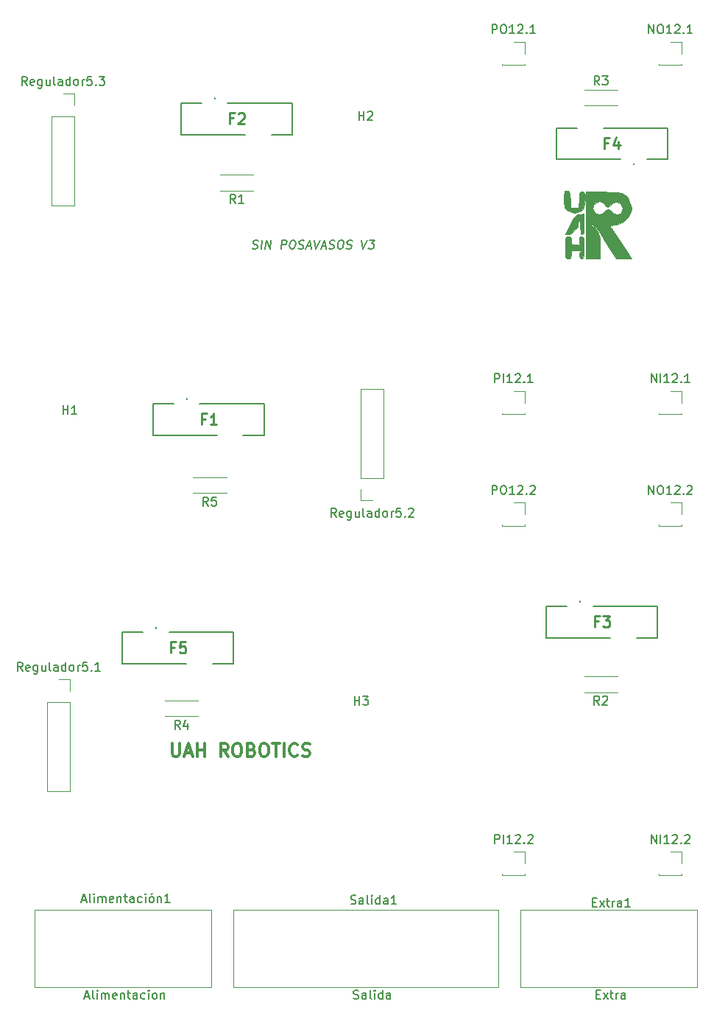
<source format=gbr>
%TF.GenerationSoftware,KiCad,Pcbnew,(5.1.10)-1*%
%TF.CreationDate,2021-05-29T12:40:01+02:00*%
%TF.ProjectId,potencia,706f7465-6e63-4696-912e-6b696361645f,rev?*%
%TF.SameCoordinates,Original*%
%TF.FileFunction,Legend,Top*%
%TF.FilePolarity,Positive*%
%FSLAX46Y46*%
G04 Gerber Fmt 4.6, Leading zero omitted, Abs format (unit mm)*
G04 Created by KiCad (PCBNEW (5.1.10)-1) date 2021-05-29 12:40:01*
%MOMM*%
%LPD*%
G01*
G04 APERTURE LIST*
%ADD10C,0.150000*%
%ADD11C,0.300000*%
%ADD12C,0.120000*%
%ADD13C,0.200000*%
%ADD14C,0.010000*%
%ADD15C,0.254000*%
G04 APERTURE END LIST*
D10*
X140643476Y-73201161D02*
X140780381Y-73248780D01*
X141018476Y-73248780D01*
X141119667Y-73201161D01*
X141173238Y-73153542D01*
X141232762Y-73058304D01*
X141244667Y-72963066D01*
X141208952Y-72867828D01*
X141167286Y-72820209D01*
X141078000Y-72772590D01*
X140893476Y-72724971D01*
X140804191Y-72677352D01*
X140762524Y-72629733D01*
X140726810Y-72534495D01*
X140738714Y-72439257D01*
X140798238Y-72344019D01*
X140851810Y-72296400D01*
X140953000Y-72248780D01*
X141191095Y-72248780D01*
X141328000Y-72296400D01*
X141637524Y-73248780D02*
X141762524Y-72248780D01*
X142113714Y-73248780D02*
X142238714Y-72248780D01*
X142685143Y-73248780D01*
X142810143Y-72248780D01*
X143923238Y-73248780D02*
X144048238Y-72248780D01*
X144429191Y-72248780D01*
X144518476Y-72296400D01*
X144560143Y-72344019D01*
X144595857Y-72439257D01*
X144578000Y-72582114D01*
X144518476Y-72677352D01*
X144464905Y-72724971D01*
X144363714Y-72772590D01*
X143982762Y-72772590D01*
X145238714Y-72248780D02*
X145429191Y-72248780D01*
X145518476Y-72296400D01*
X145601810Y-72391638D01*
X145625619Y-72582114D01*
X145583952Y-72915447D01*
X145512524Y-73105923D01*
X145405381Y-73201161D01*
X145304191Y-73248780D01*
X145113714Y-73248780D01*
X145024429Y-73201161D01*
X144941095Y-73105923D01*
X144917286Y-72915447D01*
X144958952Y-72582114D01*
X145030381Y-72391638D01*
X145137524Y-72296400D01*
X145238714Y-72248780D01*
X145929191Y-73201161D02*
X146066095Y-73248780D01*
X146304191Y-73248780D01*
X146405381Y-73201161D01*
X146458952Y-73153542D01*
X146518476Y-73058304D01*
X146530381Y-72963066D01*
X146494667Y-72867828D01*
X146453000Y-72820209D01*
X146363714Y-72772590D01*
X146179191Y-72724971D01*
X146089905Y-72677352D01*
X146048238Y-72629733D01*
X146012524Y-72534495D01*
X146024429Y-72439257D01*
X146083952Y-72344019D01*
X146137524Y-72296400D01*
X146238714Y-72248780D01*
X146476810Y-72248780D01*
X146613714Y-72296400D01*
X146911333Y-72963066D02*
X147387524Y-72963066D01*
X146780381Y-73248780D02*
X147238714Y-72248780D01*
X147447048Y-73248780D01*
X147762524Y-72248780D02*
X147970857Y-73248780D01*
X148429191Y-72248780D01*
X148625619Y-72963066D02*
X149101810Y-72963066D01*
X148494667Y-73248780D02*
X148953000Y-72248780D01*
X149161333Y-73248780D01*
X149453000Y-73201161D02*
X149589905Y-73248780D01*
X149828000Y-73248780D01*
X149929191Y-73201161D01*
X149982762Y-73153542D01*
X150042286Y-73058304D01*
X150054191Y-72963066D01*
X150018476Y-72867828D01*
X149976810Y-72820209D01*
X149887524Y-72772590D01*
X149703000Y-72724971D01*
X149613714Y-72677352D01*
X149572048Y-72629733D01*
X149536333Y-72534495D01*
X149548238Y-72439257D01*
X149607762Y-72344019D01*
X149661333Y-72296400D01*
X149762524Y-72248780D01*
X150000619Y-72248780D01*
X150137524Y-72296400D01*
X150762524Y-72248780D02*
X150953000Y-72248780D01*
X151042286Y-72296400D01*
X151125619Y-72391638D01*
X151149429Y-72582114D01*
X151107762Y-72915447D01*
X151036333Y-73105923D01*
X150929191Y-73201161D01*
X150828000Y-73248780D01*
X150637524Y-73248780D01*
X150548238Y-73201161D01*
X150464905Y-73105923D01*
X150441095Y-72915447D01*
X150482762Y-72582114D01*
X150554191Y-72391638D01*
X150661333Y-72296400D01*
X150762524Y-72248780D01*
X151453000Y-73201161D02*
X151589905Y-73248780D01*
X151828000Y-73248780D01*
X151929191Y-73201161D01*
X151982762Y-73153542D01*
X152042286Y-73058304D01*
X152054191Y-72963066D01*
X152018476Y-72867828D01*
X151976810Y-72820209D01*
X151887524Y-72772590D01*
X151703000Y-72724971D01*
X151613714Y-72677352D01*
X151572048Y-72629733D01*
X151536333Y-72534495D01*
X151548238Y-72439257D01*
X151607762Y-72344019D01*
X151661333Y-72296400D01*
X151762524Y-72248780D01*
X152000619Y-72248780D01*
X152137524Y-72296400D01*
X153191095Y-72248780D02*
X153399429Y-73248780D01*
X153857762Y-72248780D01*
X154095857Y-72248780D02*
X154714905Y-72248780D01*
X154333952Y-72629733D01*
X154476810Y-72629733D01*
X154566095Y-72677352D01*
X154607762Y-72724971D01*
X154643476Y-72820209D01*
X154613714Y-73058304D01*
X154554191Y-73153542D01*
X154500619Y-73201161D01*
X154399429Y-73248780D01*
X154113714Y-73248780D01*
X154024429Y-73201161D01*
X153982762Y-73153542D01*
D11*
X131413442Y-130090171D02*
X131413442Y-131304457D01*
X131484871Y-131447314D01*
X131556300Y-131518742D01*
X131699157Y-131590171D01*
X131984871Y-131590171D01*
X132127728Y-131518742D01*
X132199157Y-131447314D01*
X132270585Y-131304457D01*
X132270585Y-130090171D01*
X132913442Y-131161600D02*
X133627728Y-131161600D01*
X132770585Y-131590171D02*
X133270585Y-130090171D01*
X133770585Y-131590171D01*
X134270585Y-131590171D02*
X134270585Y-130090171D01*
X134270585Y-130804457D02*
X135127728Y-130804457D01*
X135127728Y-131590171D02*
X135127728Y-130090171D01*
X137842014Y-131590171D02*
X137342014Y-130875885D01*
X136984871Y-131590171D02*
X136984871Y-130090171D01*
X137556300Y-130090171D01*
X137699157Y-130161600D01*
X137770585Y-130233028D01*
X137842014Y-130375885D01*
X137842014Y-130590171D01*
X137770585Y-130733028D01*
X137699157Y-130804457D01*
X137556300Y-130875885D01*
X136984871Y-130875885D01*
X138770585Y-130090171D02*
X139056300Y-130090171D01*
X139199157Y-130161600D01*
X139342014Y-130304457D01*
X139413442Y-130590171D01*
X139413442Y-131090171D01*
X139342014Y-131375885D01*
X139199157Y-131518742D01*
X139056300Y-131590171D01*
X138770585Y-131590171D01*
X138627728Y-131518742D01*
X138484871Y-131375885D01*
X138413442Y-131090171D01*
X138413442Y-130590171D01*
X138484871Y-130304457D01*
X138627728Y-130161600D01*
X138770585Y-130090171D01*
X140556300Y-130804457D02*
X140770585Y-130875885D01*
X140842014Y-130947314D01*
X140913442Y-131090171D01*
X140913442Y-131304457D01*
X140842014Y-131447314D01*
X140770585Y-131518742D01*
X140627728Y-131590171D01*
X140056300Y-131590171D01*
X140056300Y-130090171D01*
X140556300Y-130090171D01*
X140699157Y-130161600D01*
X140770585Y-130233028D01*
X140842014Y-130375885D01*
X140842014Y-130518742D01*
X140770585Y-130661600D01*
X140699157Y-130733028D01*
X140556300Y-130804457D01*
X140056300Y-130804457D01*
X141842014Y-130090171D02*
X142127728Y-130090171D01*
X142270585Y-130161600D01*
X142413442Y-130304457D01*
X142484871Y-130590171D01*
X142484871Y-131090171D01*
X142413442Y-131375885D01*
X142270585Y-131518742D01*
X142127728Y-131590171D01*
X141842014Y-131590171D01*
X141699157Y-131518742D01*
X141556300Y-131375885D01*
X141484871Y-131090171D01*
X141484871Y-130590171D01*
X141556300Y-130304457D01*
X141699157Y-130161600D01*
X141842014Y-130090171D01*
X142913442Y-130090171D02*
X143770585Y-130090171D01*
X143342014Y-131590171D02*
X143342014Y-130090171D01*
X144270585Y-131590171D02*
X144270585Y-130090171D01*
X145842014Y-131447314D02*
X145770585Y-131518742D01*
X145556300Y-131590171D01*
X145413442Y-131590171D01*
X145199157Y-131518742D01*
X145056300Y-131375885D01*
X144984871Y-131233028D01*
X144913442Y-130947314D01*
X144913442Y-130733028D01*
X144984871Y-130447314D01*
X145056300Y-130304457D01*
X145199157Y-130161600D01*
X145413442Y-130090171D01*
X145556300Y-130090171D01*
X145770585Y-130161600D01*
X145842014Y-130233028D01*
X146413442Y-131518742D02*
X146627728Y-131590171D01*
X146984871Y-131590171D01*
X147127728Y-131518742D01*
X147199157Y-131447314D01*
X147270585Y-131304457D01*
X147270585Y-131161600D01*
X147199157Y-131018742D01*
X147127728Y-130947314D01*
X146984871Y-130875885D01*
X146699157Y-130804457D01*
X146556300Y-130733028D01*
X146484871Y-130661600D01*
X146413442Y-130518742D01*
X146413442Y-130375885D01*
X146484871Y-130233028D01*
X146556300Y-130161600D01*
X146699157Y-130090171D01*
X147056300Y-130090171D01*
X147270585Y-130161600D01*
D10*
X180197333Y-158932571D02*
X180530666Y-158932571D01*
X180673523Y-159456380D02*
X180197333Y-159456380D01*
X180197333Y-158456380D01*
X180673523Y-158456380D01*
X181006857Y-159456380D02*
X181530666Y-158789714D01*
X181006857Y-158789714D02*
X181530666Y-159456380D01*
X181768761Y-158789714D02*
X182149714Y-158789714D01*
X181911619Y-158456380D02*
X181911619Y-159313523D01*
X181959238Y-159408761D01*
X182054476Y-159456380D01*
X182149714Y-159456380D01*
X182483047Y-159456380D02*
X182483047Y-158789714D01*
X182483047Y-158980190D02*
X182530666Y-158884952D01*
X182578285Y-158837333D01*
X182673523Y-158789714D01*
X182768761Y-158789714D01*
X183530666Y-159456380D02*
X183530666Y-158932571D01*
X183483047Y-158837333D01*
X183387809Y-158789714D01*
X183197333Y-158789714D01*
X183102095Y-158837333D01*
X183530666Y-159408761D02*
X183435428Y-159456380D01*
X183197333Y-159456380D01*
X183102095Y-159408761D01*
X183054476Y-159313523D01*
X183054476Y-159218285D01*
X183102095Y-159123047D01*
X183197333Y-159075428D01*
X183435428Y-159075428D01*
X183530666Y-159027809D01*
X152289142Y-159408761D02*
X152432000Y-159456380D01*
X152670095Y-159456380D01*
X152765333Y-159408761D01*
X152812952Y-159361142D01*
X152860571Y-159265904D01*
X152860571Y-159170666D01*
X152812952Y-159075428D01*
X152765333Y-159027809D01*
X152670095Y-158980190D01*
X152479619Y-158932571D01*
X152384380Y-158884952D01*
X152336761Y-158837333D01*
X152289142Y-158742095D01*
X152289142Y-158646857D01*
X152336761Y-158551619D01*
X152384380Y-158504000D01*
X152479619Y-158456380D01*
X152717714Y-158456380D01*
X152860571Y-158504000D01*
X153717714Y-159456380D02*
X153717714Y-158932571D01*
X153670095Y-158837333D01*
X153574857Y-158789714D01*
X153384380Y-158789714D01*
X153289142Y-158837333D01*
X153717714Y-159408761D02*
X153622476Y-159456380D01*
X153384380Y-159456380D01*
X153289142Y-159408761D01*
X153241523Y-159313523D01*
X153241523Y-159218285D01*
X153289142Y-159123047D01*
X153384380Y-159075428D01*
X153622476Y-159075428D01*
X153717714Y-159027809D01*
X154336761Y-159456380D02*
X154241523Y-159408761D01*
X154193904Y-159313523D01*
X154193904Y-158456380D01*
X154717714Y-159456380D02*
X154717714Y-158789714D01*
X154717714Y-158456380D02*
X154670095Y-158504000D01*
X154717714Y-158551619D01*
X154765333Y-158504000D01*
X154717714Y-158456380D01*
X154717714Y-158551619D01*
X155622476Y-159456380D02*
X155622476Y-158456380D01*
X155622476Y-159408761D02*
X155527238Y-159456380D01*
X155336761Y-159456380D01*
X155241523Y-159408761D01*
X155193904Y-159361142D01*
X155146285Y-159265904D01*
X155146285Y-158980190D01*
X155193904Y-158884952D01*
X155241523Y-158837333D01*
X155336761Y-158789714D01*
X155527238Y-158789714D01*
X155622476Y-158837333D01*
X156527238Y-159456380D02*
X156527238Y-158932571D01*
X156479619Y-158837333D01*
X156384380Y-158789714D01*
X156193904Y-158789714D01*
X156098666Y-158837333D01*
X156527238Y-159408761D02*
X156432000Y-159456380D01*
X156193904Y-159456380D01*
X156098666Y-159408761D01*
X156051047Y-159313523D01*
X156051047Y-159218285D01*
X156098666Y-159123047D01*
X156193904Y-159075428D01*
X156432000Y-159075428D01*
X156527238Y-159027809D01*
X121388761Y-159170666D02*
X121864952Y-159170666D01*
X121293523Y-159456380D02*
X121626857Y-158456380D01*
X121960190Y-159456380D01*
X122436380Y-159456380D02*
X122341142Y-159408761D01*
X122293523Y-159313523D01*
X122293523Y-158456380D01*
X122817333Y-159456380D02*
X122817333Y-158789714D01*
X122817333Y-158456380D02*
X122769714Y-158504000D01*
X122817333Y-158551619D01*
X122864952Y-158504000D01*
X122817333Y-158456380D01*
X122817333Y-158551619D01*
X123293523Y-159456380D02*
X123293523Y-158789714D01*
X123293523Y-158884952D02*
X123341142Y-158837333D01*
X123436380Y-158789714D01*
X123579238Y-158789714D01*
X123674476Y-158837333D01*
X123722095Y-158932571D01*
X123722095Y-159456380D01*
X123722095Y-158932571D02*
X123769714Y-158837333D01*
X123864952Y-158789714D01*
X124007809Y-158789714D01*
X124103047Y-158837333D01*
X124150666Y-158932571D01*
X124150666Y-159456380D01*
X125007809Y-159408761D02*
X124912571Y-159456380D01*
X124722095Y-159456380D01*
X124626857Y-159408761D01*
X124579238Y-159313523D01*
X124579238Y-158932571D01*
X124626857Y-158837333D01*
X124722095Y-158789714D01*
X124912571Y-158789714D01*
X125007809Y-158837333D01*
X125055428Y-158932571D01*
X125055428Y-159027809D01*
X124579238Y-159123047D01*
X125484000Y-158789714D02*
X125484000Y-159456380D01*
X125484000Y-158884952D02*
X125531619Y-158837333D01*
X125626857Y-158789714D01*
X125769714Y-158789714D01*
X125864952Y-158837333D01*
X125912571Y-158932571D01*
X125912571Y-159456380D01*
X126245904Y-158789714D02*
X126626857Y-158789714D01*
X126388761Y-158456380D02*
X126388761Y-159313523D01*
X126436380Y-159408761D01*
X126531619Y-159456380D01*
X126626857Y-159456380D01*
X127388761Y-159456380D02*
X127388761Y-158932571D01*
X127341142Y-158837333D01*
X127245904Y-158789714D01*
X127055428Y-158789714D01*
X126960190Y-158837333D01*
X127388761Y-159408761D02*
X127293523Y-159456380D01*
X127055428Y-159456380D01*
X126960190Y-159408761D01*
X126912571Y-159313523D01*
X126912571Y-159218285D01*
X126960190Y-159123047D01*
X127055428Y-159075428D01*
X127293523Y-159075428D01*
X127388761Y-159027809D01*
X128293523Y-159408761D02*
X128198285Y-159456380D01*
X128007809Y-159456380D01*
X127912571Y-159408761D01*
X127864952Y-159361142D01*
X127817333Y-159265904D01*
X127817333Y-158980190D01*
X127864952Y-158884952D01*
X127912571Y-158837333D01*
X128007809Y-158789714D01*
X128198285Y-158789714D01*
X128293523Y-158837333D01*
X128722095Y-159456380D02*
X128722095Y-158789714D01*
X128722095Y-158456380D02*
X128674476Y-158504000D01*
X128722095Y-158551619D01*
X128769714Y-158504000D01*
X128722095Y-158456380D01*
X128722095Y-158551619D01*
X129341142Y-159456380D02*
X129245904Y-159408761D01*
X129198285Y-159361142D01*
X129150666Y-159265904D01*
X129150666Y-158980190D01*
X129198285Y-158884952D01*
X129245904Y-158837333D01*
X129341142Y-158789714D01*
X129484000Y-158789714D01*
X129579238Y-158837333D01*
X129626857Y-158884952D01*
X129674476Y-158980190D01*
X129674476Y-159265904D01*
X129626857Y-159361142D01*
X129579238Y-159408761D01*
X129484000Y-159456380D01*
X129341142Y-159456380D01*
X130103047Y-158789714D02*
X130103047Y-159456380D01*
X130103047Y-158884952D02*
X130150666Y-158837333D01*
X130245904Y-158789714D01*
X130388761Y-158789714D01*
X130484000Y-158837333D01*
X130531619Y-158932571D01*
X130531619Y-159456380D01*
D12*
%TO.C,R5*%
X137657600Y-101326200D02*
X133817600Y-101326200D01*
X137657600Y-99486200D02*
X133817600Y-99486200D01*
%TO.C,R4*%
X134406400Y-126980200D02*
X130566400Y-126980200D01*
X134406400Y-125140200D02*
X130566400Y-125140200D01*
%TO.C,R3*%
X178813700Y-54947300D02*
X182653700Y-54947300D01*
X178813700Y-56787300D02*
X182653700Y-56787300D01*
%TO.C,R2*%
X182641000Y-124198900D02*
X178801000Y-124198900D01*
X182641000Y-122358900D02*
X178801000Y-122358900D01*
%TO.C,R1*%
X140769100Y-66540900D02*
X136929100Y-66540900D01*
X140769100Y-64700900D02*
X136929100Y-64700900D01*
D13*
%TO.C,F5*%
X128052700Y-117327500D02*
X125677700Y-117327500D01*
X125677700Y-117327500D02*
X125677700Y-117327500D01*
X125677700Y-117327500D02*
X128052700Y-117327500D01*
X128052700Y-117327500D02*
X128052700Y-117327500D01*
X125677700Y-120927500D02*
X133052700Y-120927500D01*
X133052700Y-120927500D02*
X133052700Y-120927500D01*
X133052700Y-120927500D02*
X125677700Y-120927500D01*
X125677700Y-120927500D02*
X125677700Y-120927500D01*
X136052700Y-120927500D02*
X138477700Y-120927500D01*
X138477700Y-120927500D02*
X138477700Y-120927500D01*
X138477700Y-120927500D02*
X136052700Y-120927500D01*
X136052700Y-120927500D02*
X136052700Y-120927500D01*
X138477700Y-117327500D02*
X131052700Y-117327500D01*
X131052700Y-117327500D02*
X131052700Y-117327500D01*
X131052700Y-117327500D02*
X138477700Y-117327500D01*
X138477700Y-117327500D02*
X138477700Y-117327500D01*
X125677700Y-117327500D02*
X125677700Y-117327500D01*
X125677700Y-117327500D02*
X125677700Y-120927500D01*
X125677700Y-120927500D02*
X125677700Y-120927500D01*
X125677700Y-120927500D02*
X125677700Y-117327500D01*
X138477700Y-120927500D02*
X138477700Y-120927500D01*
X138477700Y-120927500D02*
X138477700Y-117327500D01*
X138477700Y-117327500D02*
X138477700Y-117327500D01*
X138477700Y-117327500D02*
X138477700Y-120927500D01*
X129552700Y-116827500D02*
X129552700Y-116827500D01*
X129552700Y-116727500D02*
X129552700Y-116727500D01*
X129552700Y-116827500D02*
X129552700Y-116827500D01*
X129552700Y-116727500D02*
G75*
G02*
X129552700Y-116827500I0J-50000D01*
G01*
X129552700Y-116827500D02*
G75*
G02*
X129552700Y-116727500I0J50000D01*
G01*
X129552700Y-116727500D02*
G75*
G02*
X129552700Y-116827500I0J-50000D01*
G01*
%TO.C,F4*%
X186018300Y-62949000D02*
X188393300Y-62949000D01*
X188393300Y-62949000D02*
X188393300Y-62949000D01*
X188393300Y-62949000D02*
X186018300Y-62949000D01*
X186018300Y-62949000D02*
X186018300Y-62949000D01*
X188393300Y-59349000D02*
X181018300Y-59349000D01*
X181018300Y-59349000D02*
X181018300Y-59349000D01*
X181018300Y-59349000D02*
X188393300Y-59349000D01*
X188393300Y-59349000D02*
X188393300Y-59349000D01*
X178018300Y-59349000D02*
X175593300Y-59349000D01*
X175593300Y-59349000D02*
X175593300Y-59349000D01*
X175593300Y-59349000D02*
X178018300Y-59349000D01*
X178018300Y-59349000D02*
X178018300Y-59349000D01*
X175593300Y-62949000D02*
X183018300Y-62949000D01*
X183018300Y-62949000D02*
X183018300Y-62949000D01*
X183018300Y-62949000D02*
X175593300Y-62949000D01*
X175593300Y-62949000D02*
X175593300Y-62949000D01*
X188393300Y-62949000D02*
X188393300Y-62949000D01*
X188393300Y-62949000D02*
X188393300Y-59349000D01*
X188393300Y-59349000D02*
X188393300Y-59349000D01*
X188393300Y-59349000D02*
X188393300Y-62949000D01*
X175593300Y-59349000D02*
X175593300Y-59349000D01*
X175593300Y-59349000D02*
X175593300Y-62949000D01*
X175593300Y-62949000D02*
X175593300Y-62949000D01*
X175593300Y-62949000D02*
X175593300Y-59349000D01*
X184518300Y-63449000D02*
X184518300Y-63449000D01*
X184518300Y-63549000D02*
X184518300Y-63549000D01*
X184518300Y-63449000D02*
X184518300Y-63449000D01*
X184518300Y-63549000D02*
G75*
G02*
X184518300Y-63449000I0J50000D01*
G01*
X184518300Y-63449000D02*
G75*
G02*
X184518300Y-63549000I0J-50000D01*
G01*
X184518300Y-63549000D02*
G75*
G02*
X184518300Y-63449000I0J50000D01*
G01*
%TO.C,F3*%
X176820700Y-114330300D02*
X174445700Y-114330300D01*
X174445700Y-114330300D02*
X174445700Y-114330300D01*
X174445700Y-114330300D02*
X176820700Y-114330300D01*
X176820700Y-114330300D02*
X176820700Y-114330300D01*
X174445700Y-117930300D02*
X181820700Y-117930300D01*
X181820700Y-117930300D02*
X181820700Y-117930300D01*
X181820700Y-117930300D02*
X174445700Y-117930300D01*
X174445700Y-117930300D02*
X174445700Y-117930300D01*
X184820700Y-117930300D02*
X187245700Y-117930300D01*
X187245700Y-117930300D02*
X187245700Y-117930300D01*
X187245700Y-117930300D02*
X184820700Y-117930300D01*
X184820700Y-117930300D02*
X184820700Y-117930300D01*
X187245700Y-114330300D02*
X179820700Y-114330300D01*
X179820700Y-114330300D02*
X179820700Y-114330300D01*
X179820700Y-114330300D02*
X187245700Y-114330300D01*
X187245700Y-114330300D02*
X187245700Y-114330300D01*
X174445700Y-114330300D02*
X174445700Y-114330300D01*
X174445700Y-114330300D02*
X174445700Y-117930300D01*
X174445700Y-117930300D02*
X174445700Y-117930300D01*
X174445700Y-117930300D02*
X174445700Y-114330300D01*
X187245700Y-117930300D02*
X187245700Y-117930300D01*
X187245700Y-117930300D02*
X187245700Y-114330300D01*
X187245700Y-114330300D02*
X187245700Y-114330300D01*
X187245700Y-114330300D02*
X187245700Y-117930300D01*
X178320700Y-113830300D02*
X178320700Y-113830300D01*
X178320700Y-113730300D02*
X178320700Y-113730300D01*
X178320700Y-113830300D02*
X178320700Y-113830300D01*
X178320700Y-113730300D02*
G75*
G02*
X178320700Y-113830300I0J-50000D01*
G01*
X178320700Y-113830300D02*
G75*
G02*
X178320700Y-113730300I0J50000D01*
G01*
X178320700Y-113730300D02*
G75*
G02*
X178320700Y-113830300I0J-50000D01*
G01*
%TO.C,F2*%
X134821800Y-56519900D02*
X132446800Y-56519900D01*
X132446800Y-56519900D02*
X132446800Y-56519900D01*
X132446800Y-56519900D02*
X134821800Y-56519900D01*
X134821800Y-56519900D02*
X134821800Y-56519900D01*
X132446800Y-60119900D02*
X139821800Y-60119900D01*
X139821800Y-60119900D02*
X139821800Y-60119900D01*
X139821800Y-60119900D02*
X132446800Y-60119900D01*
X132446800Y-60119900D02*
X132446800Y-60119900D01*
X142821800Y-60119900D02*
X145246800Y-60119900D01*
X145246800Y-60119900D02*
X145246800Y-60119900D01*
X145246800Y-60119900D02*
X142821800Y-60119900D01*
X142821800Y-60119900D02*
X142821800Y-60119900D01*
X145246800Y-56519900D02*
X137821800Y-56519900D01*
X137821800Y-56519900D02*
X137821800Y-56519900D01*
X137821800Y-56519900D02*
X145246800Y-56519900D01*
X145246800Y-56519900D02*
X145246800Y-56519900D01*
X132446800Y-56519900D02*
X132446800Y-56519900D01*
X132446800Y-56519900D02*
X132446800Y-60119900D01*
X132446800Y-60119900D02*
X132446800Y-60119900D01*
X132446800Y-60119900D02*
X132446800Y-56519900D01*
X145246800Y-60119900D02*
X145246800Y-60119900D01*
X145246800Y-60119900D02*
X145246800Y-56519900D01*
X145246800Y-56519900D02*
X145246800Y-56519900D01*
X145246800Y-56519900D02*
X145246800Y-60119900D01*
X136321800Y-56019900D02*
X136321800Y-56019900D01*
X136321800Y-55919900D02*
X136321800Y-55919900D01*
X136321800Y-56019900D02*
X136321800Y-56019900D01*
X136321800Y-55919900D02*
G75*
G02*
X136321800Y-56019900I0J-50000D01*
G01*
X136321800Y-56019900D02*
G75*
G02*
X136321800Y-55919900I0J50000D01*
G01*
X136321800Y-55919900D02*
G75*
G02*
X136321800Y-56019900I0J-50000D01*
G01*
%TO.C,F1*%
X131596000Y-91076600D02*
X129221000Y-91076600D01*
X129221000Y-91076600D02*
X129221000Y-91076600D01*
X129221000Y-91076600D02*
X131596000Y-91076600D01*
X131596000Y-91076600D02*
X131596000Y-91076600D01*
X129221000Y-94676600D02*
X136596000Y-94676600D01*
X136596000Y-94676600D02*
X136596000Y-94676600D01*
X136596000Y-94676600D02*
X129221000Y-94676600D01*
X129221000Y-94676600D02*
X129221000Y-94676600D01*
X139596000Y-94676600D02*
X142021000Y-94676600D01*
X142021000Y-94676600D02*
X142021000Y-94676600D01*
X142021000Y-94676600D02*
X139596000Y-94676600D01*
X139596000Y-94676600D02*
X139596000Y-94676600D01*
X142021000Y-91076600D02*
X134596000Y-91076600D01*
X134596000Y-91076600D02*
X134596000Y-91076600D01*
X134596000Y-91076600D02*
X142021000Y-91076600D01*
X142021000Y-91076600D02*
X142021000Y-91076600D01*
X129221000Y-91076600D02*
X129221000Y-91076600D01*
X129221000Y-91076600D02*
X129221000Y-94676600D01*
X129221000Y-94676600D02*
X129221000Y-94676600D01*
X129221000Y-94676600D02*
X129221000Y-91076600D01*
X142021000Y-94676600D02*
X142021000Y-94676600D01*
X142021000Y-94676600D02*
X142021000Y-91076600D01*
X142021000Y-91076600D02*
X142021000Y-91076600D01*
X142021000Y-91076600D02*
X142021000Y-94676600D01*
X133096000Y-90576600D02*
X133096000Y-90576600D01*
X133096000Y-90476600D02*
X133096000Y-90476600D01*
X133096000Y-90576600D02*
X133096000Y-90576600D01*
X133096000Y-90476600D02*
G75*
G02*
X133096000Y-90576600I0J-50000D01*
G01*
X133096000Y-90576600D02*
G75*
G02*
X133096000Y-90476600I0J50000D01*
G01*
X133096000Y-90476600D02*
G75*
G02*
X133096000Y-90576600I0J-50000D01*
G01*
D12*
%TO.C,Salida1*%
X138430000Y-154305000D02*
X138430000Y-149225000D01*
X138430000Y-149225000D02*
X168910000Y-149225000D01*
X168910000Y-149225000D02*
X168910000Y-156845000D01*
X138430000Y-154305000D02*
X138430000Y-156845000D01*
X138430000Y-156845000D02*
X138430000Y-158115000D01*
X138430000Y-158115000D02*
X168910000Y-158115000D01*
X168910000Y-158115000D02*
X168910000Y-156845000D01*
%TO.C,Extra1*%
X171450000Y-154305000D02*
X171450000Y-149225000D01*
X171450000Y-149225000D02*
X191770000Y-149225000D01*
X191770000Y-149225000D02*
X191770000Y-156845000D01*
X171450000Y-154305000D02*
X171450000Y-156845000D01*
X171450000Y-156845000D02*
X171450000Y-158115000D01*
X171450000Y-158115000D02*
X191770000Y-158115000D01*
X191770000Y-156845000D02*
X191770000Y-158115000D01*
%TO.C,Alimentaci\u00F3n1*%
X115570000Y-154305000D02*
X115570000Y-149225000D01*
X115570000Y-149225000D02*
X135890000Y-149225000D01*
X135890000Y-149225000D02*
X135890000Y-156845000D01*
X115570000Y-154305000D02*
X115570000Y-156845000D01*
X115570000Y-156845000D02*
X115570000Y-158115000D01*
X115570000Y-158115000D02*
X135890000Y-158115000D01*
X135890000Y-156845000D02*
X135890000Y-158115000D01*
D14*
%TO.C,G\u002A\u002A\u002A*%
G36*
X178626818Y-71820029D02*
G01*
X178709493Y-71902952D01*
X178754883Y-72102357D01*
X178774061Y-72468317D01*
X178778098Y-73050903D01*
X178778102Y-73080235D01*
X178774043Y-73673626D01*
X178754869Y-74048133D01*
X178710084Y-74253613D01*
X178629190Y-74339925D01*
X178509319Y-74356954D01*
X178310416Y-74291383D01*
X178242484Y-74049843D01*
X178240535Y-73964979D01*
X178292219Y-73661942D01*
X178408525Y-73505219D01*
X178389837Y-73464726D01*
X178158230Y-73435315D01*
X177938154Y-73426824D01*
X177299795Y-73416214D01*
X177299795Y-73886584D01*
X177274693Y-74204676D01*
X177161732Y-74334897D01*
X176963816Y-74356954D01*
X176808169Y-74348088D01*
X176710005Y-74287926D01*
X176656076Y-74126120D01*
X176633131Y-73812325D01*
X176627922Y-73296193D01*
X176627890Y-73214626D01*
X178374927Y-73214626D01*
X178442123Y-73281822D01*
X178509319Y-73214626D01*
X178442123Y-73147431D01*
X178374927Y-73214626D01*
X176627890Y-73214626D01*
X176627837Y-73080235D01*
X176630170Y-72488777D01*
X176646002Y-72115754D01*
X176688583Y-71910822D01*
X176771161Y-71823632D01*
X176906985Y-71803838D01*
X176963816Y-71803515D01*
X177191025Y-71838658D01*
X177284040Y-71996803D01*
X177299795Y-72273886D01*
X177323162Y-72590500D01*
X177436363Y-72720324D01*
X177676091Y-72744256D01*
X177997950Y-72786770D01*
X178180531Y-72872400D01*
X178254515Y-72845510D01*
X178271259Y-72575130D01*
X178261072Y-72402029D01*
X178245791Y-72030943D01*
X178296687Y-71855382D01*
X178441401Y-71804866D01*
X178495786Y-71803515D01*
X178626818Y-71820029D01*
G37*
X178626818Y-71820029D02*
X178709493Y-71902952D01*
X178754883Y-72102357D01*
X178774061Y-72468317D01*
X178778098Y-73050903D01*
X178778102Y-73080235D01*
X178774043Y-73673626D01*
X178754869Y-74048133D01*
X178710084Y-74253613D01*
X178629190Y-74339925D01*
X178509319Y-74356954D01*
X178310416Y-74291383D01*
X178242484Y-74049843D01*
X178240535Y-73964979D01*
X178292219Y-73661942D01*
X178408525Y-73505219D01*
X178389837Y-73464726D01*
X178158230Y-73435315D01*
X177938154Y-73426824D01*
X177299795Y-73416214D01*
X177299795Y-73886584D01*
X177274693Y-74204676D01*
X177161732Y-74334897D01*
X176963816Y-74356954D01*
X176808169Y-74348088D01*
X176710005Y-74287926D01*
X176656076Y-74126120D01*
X176633131Y-73812325D01*
X176627922Y-73296193D01*
X176627890Y-73214626D01*
X178374927Y-73214626D01*
X178442123Y-73281822D01*
X178509319Y-73214626D01*
X178442123Y-73147431D01*
X178374927Y-73214626D01*
X176627890Y-73214626D01*
X176627837Y-73080235D01*
X176630170Y-72488777D01*
X176646002Y-72115754D01*
X176688583Y-71910822D01*
X176771161Y-71823632D01*
X176906985Y-71803838D01*
X176963816Y-71803515D01*
X177191025Y-71838658D01*
X177284040Y-71996803D01*
X177299795Y-72273886D01*
X177323162Y-72590500D01*
X177436363Y-72720324D01*
X177676091Y-72744256D01*
X177997950Y-72786770D01*
X178180531Y-72872400D01*
X178254515Y-72845510D01*
X178271259Y-72575130D01*
X178261072Y-72402029D01*
X178245791Y-72030943D01*
X178296687Y-71855382D01*
X178441401Y-71804866D01*
X178495786Y-71803515D01*
X178626818Y-71820029D01*
G36*
X179483657Y-70594232D02*
G01*
X179774963Y-70631706D01*
X180001464Y-70783753D01*
X180245850Y-71110388D01*
X180290006Y-71179488D01*
X180464463Y-71479446D01*
X180573547Y-71758799D01*
X180632341Y-72094317D01*
X180655926Y-72562768D01*
X180659583Y-73060729D01*
X180659583Y-74356954D01*
X179046885Y-74356954D01*
X179046885Y-70593992D01*
X179483657Y-70594232D01*
G37*
X179483657Y-70594232D02*
X179774963Y-70631706D01*
X180001464Y-70783753D01*
X180245850Y-71110388D01*
X180290006Y-71179488D01*
X180464463Y-71479446D01*
X180573547Y-71758799D01*
X180632341Y-72094317D01*
X180655926Y-72562768D01*
X180659583Y-73060729D01*
X180659583Y-74356954D01*
X179046885Y-74356954D01*
X179046885Y-70593992D01*
X179483657Y-70594232D01*
G36*
X180961964Y-66697139D02*
G01*
X181877429Y-66709941D01*
X182567701Y-66758440D01*
X183075645Y-66858595D01*
X183444127Y-67026367D01*
X183716011Y-67277716D01*
X183934163Y-67628601D01*
X184034113Y-67840992D01*
X184194216Y-68270533D01*
X184224863Y-68611299D01*
X184157182Y-68946137D01*
X183845250Y-69637895D01*
X183359194Y-70126022D01*
X182705693Y-70404795D01*
X182394039Y-70456920D01*
X181731744Y-70526796D01*
X183011344Y-72441875D01*
X184290943Y-74356954D01*
X182473869Y-74339440D01*
X181214128Y-72399520D01*
X180754371Y-71695118D01*
X180411618Y-71185644D01*
X180158043Y-70839596D01*
X179965822Y-70625473D01*
X179807132Y-70511776D01*
X179654149Y-70467002D01*
X179500636Y-70459600D01*
X179046885Y-70459600D01*
X179046885Y-68650533D01*
X179807318Y-68650533D01*
X179961133Y-68968547D01*
X180237580Y-69188514D01*
X180570828Y-69273129D01*
X180895048Y-69185085D01*
X181093946Y-68981293D01*
X181333998Y-68767928D01*
X181533128Y-68712510D01*
X181814585Y-68818313D01*
X181972310Y-68981293D01*
X182237543Y-69185397D01*
X182609427Y-69249349D01*
X182957829Y-69160189D01*
X183051752Y-69088806D01*
X183172726Y-68840758D01*
X183213022Y-68554338D01*
X183106367Y-68176824D01*
X182839310Y-67928313D01*
X182491212Y-67830592D01*
X182141434Y-67905449D01*
X181869338Y-68174672D01*
X181864236Y-68184046D01*
X181673485Y-68393342D01*
X181533128Y-68443727D01*
X181321320Y-68337304D01*
X181202020Y-68184046D01*
X180918935Y-67893770D01*
X180546333Y-67798130D01*
X180173802Y-67891347D01*
X179890929Y-68167641D01*
X179841965Y-68271779D01*
X179807318Y-68650533D01*
X179046885Y-68650533D01*
X179046885Y-66696637D01*
X180961964Y-66697139D01*
G37*
X180961964Y-66697139D02*
X181877429Y-66709941D01*
X182567701Y-66758440D01*
X183075645Y-66858595D01*
X183444127Y-67026367D01*
X183716011Y-67277716D01*
X183934163Y-67628601D01*
X184034113Y-67840992D01*
X184194216Y-68270533D01*
X184224863Y-68611299D01*
X184157182Y-68946137D01*
X183845250Y-69637895D01*
X183359194Y-70126022D01*
X182705693Y-70404795D01*
X182394039Y-70456920D01*
X181731744Y-70526796D01*
X183011344Y-72441875D01*
X184290943Y-74356954D01*
X182473869Y-74339440D01*
X181214128Y-72399520D01*
X180754371Y-71695118D01*
X180411618Y-71185644D01*
X180158043Y-70839596D01*
X179965822Y-70625473D01*
X179807132Y-70511776D01*
X179654149Y-70467002D01*
X179500636Y-70459600D01*
X179046885Y-70459600D01*
X179046885Y-68650533D01*
X179807318Y-68650533D01*
X179961133Y-68968547D01*
X180237580Y-69188514D01*
X180570828Y-69273129D01*
X180895048Y-69185085D01*
X181093946Y-68981293D01*
X181333998Y-68767928D01*
X181533128Y-68712510D01*
X181814585Y-68818313D01*
X181972310Y-68981293D01*
X182237543Y-69185397D01*
X182609427Y-69249349D01*
X182957829Y-69160189D01*
X183051752Y-69088806D01*
X183172726Y-68840758D01*
X183213022Y-68554338D01*
X183106367Y-68176824D01*
X182839310Y-67928313D01*
X182491212Y-67830592D01*
X182141434Y-67905449D01*
X181869338Y-68174672D01*
X181864236Y-68184046D01*
X181673485Y-68393342D01*
X181533128Y-68443727D01*
X181321320Y-68337304D01*
X181202020Y-68184046D01*
X180918935Y-67893770D01*
X180546333Y-67798130D01*
X180173802Y-67891347D01*
X179890929Y-68167641D01*
X179841965Y-68271779D01*
X179807318Y-68650533D01*
X179046885Y-68650533D01*
X179046885Y-66696637D01*
X180961964Y-66697139D01*
G36*
X178778102Y-70384292D02*
G01*
X178769592Y-70957711D01*
X178738608Y-71309445D01*
X178676961Y-71486213D01*
X178576514Y-71534732D01*
X178454945Y-71468373D01*
X178392356Y-71235521D01*
X178374927Y-70795579D01*
X178352834Y-70390793D01*
X178295843Y-70122315D01*
X178240535Y-70056425D01*
X178113367Y-70155113D01*
X178086775Y-70469630D01*
X178099116Y-70627589D01*
X178022830Y-70827382D01*
X177910123Y-70862775D01*
X177702250Y-70973296D01*
X177544125Y-71198753D01*
X177327652Y-71464983D01*
X177001540Y-71534732D01*
X176612037Y-71534732D01*
X177217973Y-70426002D01*
X177509361Y-69905043D01*
X177721467Y-69576120D01*
X177898336Y-69392450D01*
X178084009Y-69307247D01*
X178301005Y-69275561D01*
X178778102Y-69233851D01*
X178778102Y-70384292D01*
G37*
X178778102Y-70384292D02*
X178769592Y-70957711D01*
X178738608Y-71309445D01*
X178676961Y-71486213D01*
X178576514Y-71534732D01*
X178454945Y-71468373D01*
X178392356Y-71235521D01*
X178374927Y-70795579D01*
X178352834Y-70390793D01*
X178295843Y-70122315D01*
X178240535Y-70056425D01*
X178113367Y-70155113D01*
X178086775Y-70469630D01*
X178099116Y-70627589D01*
X178022830Y-70827382D01*
X177910123Y-70862775D01*
X177702250Y-70973296D01*
X177544125Y-71198753D01*
X177327652Y-71464983D01*
X177001540Y-71534732D01*
X176612037Y-71534732D01*
X177217973Y-70426002D01*
X177509361Y-69905043D01*
X177721467Y-69576120D01*
X177898336Y-69392450D01*
X178084009Y-69307247D01*
X178301005Y-69275561D01*
X178778102Y-69233851D01*
X178778102Y-70384292D01*
G36*
X176994394Y-66577826D02*
G01*
X177096494Y-66662858D01*
X177151624Y-66874779D01*
X177181570Y-67271027D01*
X177193113Y-67536584D01*
X177232599Y-68510923D01*
X178173340Y-68510923D01*
X178213078Y-67603780D01*
X178240404Y-67122747D01*
X178285482Y-66850971D01*
X178372532Y-66729002D01*
X178525774Y-66697392D01*
X178582655Y-66696637D01*
X178764755Y-66714259D01*
X178863506Y-66808944D01*
X178904289Y-67043417D01*
X178912483Y-67480406D01*
X178912493Y-67511821D01*
X178883497Y-68125926D01*
X178778094Y-68534047D01*
X178568658Y-68794517D01*
X178227565Y-68965672D01*
X178223318Y-68967157D01*
X177759270Y-69093045D01*
X177397890Y-69073090D01*
X177008767Y-68895311D01*
X176930218Y-68848375D01*
X176707922Y-68701321D01*
X176577712Y-68549428D01*
X176514966Y-68320759D01*
X176495067Y-67943375D01*
X176493446Y-67572157D01*
X176497770Y-67058792D01*
X176523061Y-66757660D01*
X176587801Y-66612222D01*
X176710467Y-66565941D01*
X176823537Y-66562246D01*
X176994394Y-66577826D01*
G37*
X176994394Y-66577826D02*
X177096494Y-66662858D01*
X177151624Y-66874779D01*
X177181570Y-67271027D01*
X177193113Y-67536584D01*
X177232599Y-68510923D01*
X178173340Y-68510923D01*
X178213078Y-67603780D01*
X178240404Y-67122747D01*
X178285482Y-66850971D01*
X178372532Y-66729002D01*
X178525774Y-66697392D01*
X178582655Y-66696637D01*
X178764755Y-66714259D01*
X178863506Y-66808944D01*
X178904289Y-67043417D01*
X178912483Y-67480406D01*
X178912493Y-67511821D01*
X178883497Y-68125926D01*
X178778094Y-68534047D01*
X178568658Y-68794517D01*
X178227565Y-68965672D01*
X178223318Y-68967157D01*
X177759270Y-69093045D01*
X177397890Y-69073090D01*
X177008767Y-68895311D01*
X176930218Y-68848375D01*
X176707922Y-68701321D01*
X176577712Y-68549428D01*
X176514966Y-68320759D01*
X176495067Y-67943375D01*
X176493446Y-67572157D01*
X176497770Y-67058792D01*
X176523061Y-66757660D01*
X176587801Y-66612222D01*
X176710467Y-66565941D01*
X176823537Y-66562246D01*
X176994394Y-66577826D01*
D12*
%TO.C,NI12.1*%
X188722000Y-89602000D02*
X190052000Y-89602000D01*
X190052000Y-89602000D02*
X190052000Y-90932000D01*
X190052000Y-92142000D02*
X190052000Y-92262000D01*
X187392000Y-92142000D02*
X187392000Y-92262000D01*
X187392000Y-92262000D02*
X190052000Y-92262000D01*
%TO.C,NI12.2*%
X188722000Y-142561000D02*
X190052000Y-142561000D01*
X190052000Y-142561000D02*
X190052000Y-143891000D01*
X190052000Y-145101000D02*
X190052000Y-145221000D01*
X187392000Y-145101000D02*
X187392000Y-145221000D01*
X187392000Y-145221000D02*
X190052000Y-145221000D01*
%TO.C,NO12.1*%
X187392000Y-52130000D02*
X190052000Y-52130000D01*
X187392000Y-52010000D02*
X187392000Y-52130000D01*
X190052000Y-52010000D02*
X190052000Y-52130000D01*
X190052000Y-49470000D02*
X190052000Y-50800000D01*
X188722000Y-49470000D02*
X190052000Y-49470000D01*
%TO.C,NO12.2*%
X187392000Y-105089000D02*
X190052000Y-105089000D01*
X187392000Y-104969000D02*
X187392000Y-105089000D01*
X190052000Y-104969000D02*
X190052000Y-105089000D01*
X190052000Y-102429000D02*
X190052000Y-103759000D01*
X188722000Y-102429000D02*
X190052000Y-102429000D01*
%TO.C,PI12.1*%
X169358000Y-92262000D02*
X172018000Y-92262000D01*
X169358000Y-92142000D02*
X169358000Y-92262000D01*
X172018000Y-92142000D02*
X172018000Y-92262000D01*
X172018000Y-89602000D02*
X172018000Y-90932000D01*
X170688000Y-89602000D02*
X172018000Y-89602000D01*
%TO.C,PI12.2*%
X170688000Y-142561000D02*
X172018000Y-142561000D01*
X172018000Y-142561000D02*
X172018000Y-143891000D01*
X172018000Y-145101000D02*
X172018000Y-145221000D01*
X169358000Y-145101000D02*
X169358000Y-145221000D01*
X169358000Y-145221000D02*
X172018000Y-145221000D01*
%TO.C,PO12.2*%
X170688000Y-102429000D02*
X172018000Y-102429000D01*
X172018000Y-102429000D02*
X172018000Y-103759000D01*
X172018000Y-104969000D02*
X172018000Y-105089000D01*
X169358000Y-104969000D02*
X169358000Y-105089000D01*
X169358000Y-105089000D02*
X172018000Y-105089000D01*
%TO.C,PO12.1*%
X169358000Y-52130000D02*
X172018000Y-52130000D01*
X169358000Y-52010000D02*
X169358000Y-52130000D01*
X172018000Y-52010000D02*
X172018000Y-52130000D01*
X172018000Y-49470000D02*
X172018000Y-50800000D01*
X170688000Y-49470000D02*
X172018000Y-49470000D01*
%TO.C,Regulador5.3*%
X117542000Y-58039000D02*
X120202000Y-58039000D01*
X117542000Y-58039000D02*
X117542000Y-68259000D01*
X117542000Y-68259000D02*
X120202000Y-68259000D01*
X120202000Y-58039000D02*
X120202000Y-68259000D01*
X120202000Y-55439000D02*
X120202000Y-56769000D01*
X118872000Y-55439000D02*
X120202000Y-55439000D01*
%TO.C,Regulador5.1*%
X118364000Y-122749000D02*
X119694000Y-122749000D01*
X119694000Y-122749000D02*
X119694000Y-124079000D01*
X119694000Y-125349000D02*
X119694000Y-135569000D01*
X117034000Y-135569000D02*
X119694000Y-135569000D01*
X117034000Y-125349000D02*
X117034000Y-135569000D01*
X117034000Y-125349000D02*
X119694000Y-125349000D01*
%TO.C,Regulador5.2*%
X155762000Y-99568000D02*
X153102000Y-99568000D01*
X155762000Y-99568000D02*
X155762000Y-89348000D01*
X155762000Y-89348000D02*
X153102000Y-89348000D01*
X153102000Y-99568000D02*
X153102000Y-89348000D01*
X153102000Y-102168000D02*
X153102000Y-100838000D01*
X154432000Y-102168000D02*
X153102000Y-102168000D01*
%TO.C,R5*%
D10*
X135570933Y-102778580D02*
X135237600Y-102302390D01*
X134999504Y-102778580D02*
X134999504Y-101778580D01*
X135380457Y-101778580D01*
X135475695Y-101826200D01*
X135523314Y-101873819D01*
X135570933Y-101969057D01*
X135570933Y-102111914D01*
X135523314Y-102207152D01*
X135475695Y-102254771D01*
X135380457Y-102302390D01*
X134999504Y-102302390D01*
X136475695Y-101778580D02*
X135999504Y-101778580D01*
X135951885Y-102254771D01*
X135999504Y-102207152D01*
X136094742Y-102159533D01*
X136332838Y-102159533D01*
X136428076Y-102207152D01*
X136475695Y-102254771D01*
X136523314Y-102350009D01*
X136523314Y-102588104D01*
X136475695Y-102683342D01*
X136428076Y-102730961D01*
X136332838Y-102778580D01*
X136094742Y-102778580D01*
X135999504Y-102730961D01*
X135951885Y-102683342D01*
%TO.C,R4*%
X132319733Y-128432580D02*
X131986400Y-127956390D01*
X131748304Y-128432580D02*
X131748304Y-127432580D01*
X132129257Y-127432580D01*
X132224495Y-127480200D01*
X132272114Y-127527819D01*
X132319733Y-127623057D01*
X132319733Y-127765914D01*
X132272114Y-127861152D01*
X132224495Y-127908771D01*
X132129257Y-127956390D01*
X131748304Y-127956390D01*
X133176876Y-127765914D02*
X133176876Y-128432580D01*
X132938780Y-127384961D02*
X132700685Y-128099247D01*
X133319733Y-128099247D01*
%TO.C,R3*%
X180567033Y-54399680D02*
X180233700Y-53923490D01*
X179995604Y-54399680D02*
X179995604Y-53399680D01*
X180376557Y-53399680D01*
X180471795Y-53447300D01*
X180519414Y-53494919D01*
X180567033Y-53590157D01*
X180567033Y-53733014D01*
X180519414Y-53828252D01*
X180471795Y-53875871D01*
X180376557Y-53923490D01*
X179995604Y-53923490D01*
X180900366Y-53399680D02*
X181519414Y-53399680D01*
X181186080Y-53780633D01*
X181328938Y-53780633D01*
X181424176Y-53828252D01*
X181471795Y-53875871D01*
X181519414Y-53971109D01*
X181519414Y-54209204D01*
X181471795Y-54304442D01*
X181424176Y-54352061D01*
X181328938Y-54399680D01*
X181043223Y-54399680D01*
X180947985Y-54352061D01*
X180900366Y-54304442D01*
%TO.C,R2*%
X180554333Y-125651280D02*
X180221000Y-125175090D01*
X179982904Y-125651280D02*
X179982904Y-124651280D01*
X180363857Y-124651280D01*
X180459095Y-124698900D01*
X180506714Y-124746519D01*
X180554333Y-124841757D01*
X180554333Y-124984614D01*
X180506714Y-125079852D01*
X180459095Y-125127471D01*
X180363857Y-125175090D01*
X179982904Y-125175090D01*
X180935285Y-124746519D02*
X180982904Y-124698900D01*
X181078142Y-124651280D01*
X181316238Y-124651280D01*
X181411476Y-124698900D01*
X181459095Y-124746519D01*
X181506714Y-124841757D01*
X181506714Y-124936995D01*
X181459095Y-125079852D01*
X180887666Y-125651280D01*
X181506714Y-125651280D01*
%TO.C,R1*%
X138682433Y-67993280D02*
X138349100Y-67517090D01*
X138111004Y-67993280D02*
X138111004Y-66993280D01*
X138491957Y-66993280D01*
X138587195Y-67040900D01*
X138634814Y-67088519D01*
X138682433Y-67183757D01*
X138682433Y-67326614D01*
X138634814Y-67421852D01*
X138587195Y-67469471D01*
X138491957Y-67517090D01*
X138111004Y-67517090D01*
X139634814Y-67993280D02*
X139063385Y-67993280D01*
X139349100Y-67993280D02*
X139349100Y-66993280D01*
X139253861Y-67136138D01*
X139158623Y-67231376D01*
X139063385Y-67278995D01*
%TO.C,F5*%
D15*
X131654366Y-119036785D02*
X131231033Y-119036785D01*
X131231033Y-119702023D02*
X131231033Y-118432023D01*
X131835795Y-118432023D01*
X132924366Y-118432023D02*
X132319604Y-118432023D01*
X132259128Y-119036785D01*
X132319604Y-118976309D01*
X132440557Y-118915833D01*
X132742938Y-118915833D01*
X132863890Y-118976309D01*
X132924366Y-119036785D01*
X132984842Y-119157738D01*
X132984842Y-119460119D01*
X132924366Y-119581071D01*
X132863890Y-119641547D01*
X132742938Y-119702023D01*
X132440557Y-119702023D01*
X132319604Y-119641547D01*
X132259128Y-119581071D01*
%TO.C,F4*%
X181569966Y-61058285D02*
X181146633Y-61058285D01*
X181146633Y-61723523D02*
X181146633Y-60453523D01*
X181751395Y-60453523D01*
X182779490Y-60876857D02*
X182779490Y-61723523D01*
X182477109Y-60393047D02*
X182174728Y-61300190D01*
X182960919Y-61300190D01*
%TO.C,F3*%
X180422366Y-116039585D02*
X179999033Y-116039585D01*
X179999033Y-116704823D02*
X179999033Y-115434823D01*
X180603795Y-115434823D01*
X180966652Y-115434823D02*
X181752842Y-115434823D01*
X181329509Y-115918633D01*
X181510938Y-115918633D01*
X181631890Y-115979109D01*
X181692366Y-116039585D01*
X181752842Y-116160538D01*
X181752842Y-116462919D01*
X181692366Y-116583871D01*
X181631890Y-116644347D01*
X181510938Y-116704823D01*
X181148080Y-116704823D01*
X181027128Y-116644347D01*
X180966652Y-116583871D01*
%TO.C,F2*%
X138423466Y-58229185D02*
X138000133Y-58229185D01*
X138000133Y-58894423D02*
X138000133Y-57624423D01*
X138604895Y-57624423D01*
X139028228Y-57745376D02*
X139088704Y-57684900D01*
X139209657Y-57624423D01*
X139512038Y-57624423D01*
X139632990Y-57684900D01*
X139693466Y-57745376D01*
X139753942Y-57866328D01*
X139753942Y-57987280D01*
X139693466Y-58168709D01*
X138967752Y-58894423D01*
X139753942Y-58894423D01*
%TO.C,F1*%
X135197666Y-92785885D02*
X134774333Y-92785885D01*
X134774333Y-93451123D02*
X134774333Y-92181123D01*
X135379095Y-92181123D01*
X136528142Y-93451123D02*
X135802428Y-93451123D01*
X136165285Y-93451123D02*
X136165285Y-92181123D01*
X136044333Y-92362552D01*
X135923380Y-92483504D01*
X135802428Y-92543980D01*
%TO.C,Salida1*%
D10*
X151965352Y-148512161D02*
X152108209Y-148559780D01*
X152346304Y-148559780D01*
X152441542Y-148512161D01*
X152489161Y-148464542D01*
X152536780Y-148369304D01*
X152536780Y-148274066D01*
X152489161Y-148178828D01*
X152441542Y-148131209D01*
X152346304Y-148083590D01*
X152155828Y-148035971D01*
X152060590Y-147988352D01*
X152012971Y-147940733D01*
X151965352Y-147845495D01*
X151965352Y-147750257D01*
X152012971Y-147655019D01*
X152060590Y-147607400D01*
X152155828Y-147559780D01*
X152393923Y-147559780D01*
X152536780Y-147607400D01*
X153393923Y-148559780D02*
X153393923Y-148035971D01*
X153346304Y-147940733D01*
X153251066Y-147893114D01*
X153060590Y-147893114D01*
X152965352Y-147940733D01*
X153393923Y-148512161D02*
X153298685Y-148559780D01*
X153060590Y-148559780D01*
X152965352Y-148512161D01*
X152917733Y-148416923D01*
X152917733Y-148321685D01*
X152965352Y-148226447D01*
X153060590Y-148178828D01*
X153298685Y-148178828D01*
X153393923Y-148131209D01*
X154012971Y-148559780D02*
X153917733Y-148512161D01*
X153870114Y-148416923D01*
X153870114Y-147559780D01*
X154393923Y-148559780D02*
X154393923Y-147893114D01*
X154393923Y-147559780D02*
X154346304Y-147607400D01*
X154393923Y-147655019D01*
X154441542Y-147607400D01*
X154393923Y-147559780D01*
X154393923Y-147655019D01*
X155298685Y-148559780D02*
X155298685Y-147559780D01*
X155298685Y-148512161D02*
X155203447Y-148559780D01*
X155012971Y-148559780D01*
X154917733Y-148512161D01*
X154870114Y-148464542D01*
X154822495Y-148369304D01*
X154822495Y-148083590D01*
X154870114Y-147988352D01*
X154917733Y-147940733D01*
X155012971Y-147893114D01*
X155203447Y-147893114D01*
X155298685Y-147940733D01*
X156203447Y-148559780D02*
X156203447Y-148035971D01*
X156155828Y-147940733D01*
X156060590Y-147893114D01*
X155870114Y-147893114D01*
X155774876Y-147940733D01*
X156203447Y-148512161D02*
X156108209Y-148559780D01*
X155870114Y-148559780D01*
X155774876Y-148512161D01*
X155727257Y-148416923D01*
X155727257Y-148321685D01*
X155774876Y-148226447D01*
X155870114Y-148178828D01*
X156108209Y-148178828D01*
X156203447Y-148131209D01*
X157203447Y-148559780D02*
X156632019Y-148559780D01*
X156917733Y-148559780D02*
X156917733Y-147559780D01*
X156822495Y-147702638D01*
X156727257Y-147797876D01*
X156632019Y-147845495D01*
%TO.C,Extra1*%
X179771942Y-148340771D02*
X180105276Y-148340771D01*
X180248133Y-148864580D02*
X179771942Y-148864580D01*
X179771942Y-147864580D01*
X180248133Y-147864580D01*
X180581466Y-148864580D02*
X181105276Y-148197914D01*
X180581466Y-148197914D02*
X181105276Y-148864580D01*
X181343371Y-148197914D02*
X181724323Y-148197914D01*
X181486228Y-147864580D02*
X181486228Y-148721723D01*
X181533847Y-148816961D01*
X181629085Y-148864580D01*
X181724323Y-148864580D01*
X182057657Y-148864580D02*
X182057657Y-148197914D01*
X182057657Y-148388390D02*
X182105276Y-148293152D01*
X182152895Y-148245533D01*
X182248133Y-148197914D01*
X182343371Y-148197914D01*
X183105276Y-148864580D02*
X183105276Y-148340771D01*
X183057657Y-148245533D01*
X182962419Y-148197914D01*
X182771942Y-148197914D01*
X182676704Y-148245533D01*
X183105276Y-148816961D02*
X183010038Y-148864580D01*
X182771942Y-148864580D01*
X182676704Y-148816961D01*
X182629085Y-148721723D01*
X182629085Y-148626485D01*
X182676704Y-148531247D01*
X182771942Y-148483628D01*
X183010038Y-148483628D01*
X183105276Y-148436009D01*
X184105276Y-148864580D02*
X183533847Y-148864580D01*
X183819561Y-148864580D02*
X183819561Y-147864580D01*
X183724323Y-148007438D01*
X183629085Y-148102676D01*
X183533847Y-148150295D01*
%TO.C,Alimentaci\u00F3n1*%
X121014171Y-148070866D02*
X121490361Y-148070866D01*
X120918933Y-148356580D02*
X121252266Y-147356580D01*
X121585600Y-148356580D01*
X122061790Y-148356580D02*
X121966552Y-148308961D01*
X121918933Y-148213723D01*
X121918933Y-147356580D01*
X122442742Y-148356580D02*
X122442742Y-147689914D01*
X122442742Y-147356580D02*
X122395123Y-147404200D01*
X122442742Y-147451819D01*
X122490361Y-147404200D01*
X122442742Y-147356580D01*
X122442742Y-147451819D01*
X122918933Y-148356580D02*
X122918933Y-147689914D01*
X122918933Y-147785152D02*
X122966552Y-147737533D01*
X123061790Y-147689914D01*
X123204647Y-147689914D01*
X123299885Y-147737533D01*
X123347504Y-147832771D01*
X123347504Y-148356580D01*
X123347504Y-147832771D02*
X123395123Y-147737533D01*
X123490361Y-147689914D01*
X123633219Y-147689914D01*
X123728457Y-147737533D01*
X123776076Y-147832771D01*
X123776076Y-148356580D01*
X124633219Y-148308961D02*
X124537980Y-148356580D01*
X124347504Y-148356580D01*
X124252266Y-148308961D01*
X124204647Y-148213723D01*
X124204647Y-147832771D01*
X124252266Y-147737533D01*
X124347504Y-147689914D01*
X124537980Y-147689914D01*
X124633219Y-147737533D01*
X124680838Y-147832771D01*
X124680838Y-147928009D01*
X124204647Y-148023247D01*
X125109409Y-147689914D02*
X125109409Y-148356580D01*
X125109409Y-147785152D02*
X125157028Y-147737533D01*
X125252266Y-147689914D01*
X125395123Y-147689914D01*
X125490361Y-147737533D01*
X125537980Y-147832771D01*
X125537980Y-148356580D01*
X125871314Y-147689914D02*
X126252266Y-147689914D01*
X126014171Y-147356580D02*
X126014171Y-148213723D01*
X126061790Y-148308961D01*
X126157028Y-148356580D01*
X126252266Y-148356580D01*
X127014171Y-148356580D02*
X127014171Y-147832771D01*
X126966552Y-147737533D01*
X126871314Y-147689914D01*
X126680838Y-147689914D01*
X126585600Y-147737533D01*
X127014171Y-148308961D02*
X126918933Y-148356580D01*
X126680838Y-148356580D01*
X126585600Y-148308961D01*
X126537980Y-148213723D01*
X126537980Y-148118485D01*
X126585600Y-148023247D01*
X126680838Y-147975628D01*
X126918933Y-147975628D01*
X127014171Y-147928009D01*
X127918933Y-148308961D02*
X127823695Y-148356580D01*
X127633219Y-148356580D01*
X127537980Y-148308961D01*
X127490361Y-148261342D01*
X127442742Y-148166104D01*
X127442742Y-147880390D01*
X127490361Y-147785152D01*
X127537980Y-147737533D01*
X127633219Y-147689914D01*
X127823695Y-147689914D01*
X127918933Y-147737533D01*
X128347504Y-148356580D02*
X128347504Y-147689914D01*
X128347504Y-147356580D02*
X128299885Y-147404200D01*
X128347504Y-147451819D01*
X128395123Y-147404200D01*
X128347504Y-147356580D01*
X128347504Y-147451819D01*
X128966552Y-148356580D02*
X128871314Y-148308961D01*
X128823695Y-148261342D01*
X128776076Y-148166104D01*
X128776076Y-147880390D01*
X128823695Y-147785152D01*
X128871314Y-147737533D01*
X128966552Y-147689914D01*
X129109409Y-147689914D01*
X129204647Y-147737533D01*
X129252266Y-147785152D01*
X129299885Y-147880390D01*
X129299885Y-148166104D01*
X129252266Y-148261342D01*
X129204647Y-148308961D01*
X129109409Y-148356580D01*
X128966552Y-148356580D01*
X129157028Y-147308961D02*
X129014171Y-147451819D01*
X129728457Y-147689914D02*
X129728457Y-148356580D01*
X129728457Y-147785152D02*
X129776076Y-147737533D01*
X129871314Y-147689914D01*
X130014171Y-147689914D01*
X130109409Y-147737533D01*
X130157028Y-147832771D01*
X130157028Y-148356580D01*
X131157028Y-148356580D02*
X130585600Y-148356580D01*
X130871314Y-148356580D02*
X130871314Y-147356580D01*
X130776076Y-147499438D01*
X130680838Y-147594676D01*
X130585600Y-147642295D01*
%TO.C,H3*%
X152400095Y-125674380D02*
X152400095Y-124674380D01*
X152400095Y-125150571D02*
X152971523Y-125150571D01*
X152971523Y-125674380D02*
X152971523Y-124674380D01*
X153352476Y-124674380D02*
X153971523Y-124674380D01*
X153638190Y-125055333D01*
X153781047Y-125055333D01*
X153876285Y-125102952D01*
X153923904Y-125150571D01*
X153971523Y-125245809D01*
X153971523Y-125483904D01*
X153923904Y-125579142D01*
X153876285Y-125626761D01*
X153781047Y-125674380D01*
X153495333Y-125674380D01*
X153400095Y-125626761D01*
X153352476Y-125579142D01*
%TO.C,H2*%
X152908095Y-58451380D02*
X152908095Y-57451380D01*
X152908095Y-57927571D02*
X153479523Y-57927571D01*
X153479523Y-58451380D02*
X153479523Y-57451380D01*
X153908095Y-57546619D02*
X153955714Y-57499000D01*
X154050952Y-57451380D01*
X154289047Y-57451380D01*
X154384285Y-57499000D01*
X154431904Y-57546619D01*
X154479523Y-57641857D01*
X154479523Y-57737095D01*
X154431904Y-57879952D01*
X153860476Y-58451380D01*
X154479523Y-58451380D01*
%TO.C,H1*%
X118872095Y-92233380D02*
X118872095Y-91233380D01*
X118872095Y-91709571D02*
X119443523Y-91709571D01*
X119443523Y-92233380D02*
X119443523Y-91233380D01*
X120443523Y-92233380D02*
X119872095Y-92233380D01*
X120157809Y-92233380D02*
X120157809Y-91233380D01*
X120062571Y-91376238D01*
X119967333Y-91471476D01*
X119872095Y-91519095D01*
%TO.C,NI12.1*%
X186531523Y-88614380D02*
X186531523Y-87614380D01*
X187102952Y-88614380D01*
X187102952Y-87614380D01*
X187579142Y-88614380D02*
X187579142Y-87614380D01*
X188579142Y-88614380D02*
X188007714Y-88614380D01*
X188293428Y-88614380D02*
X188293428Y-87614380D01*
X188198190Y-87757238D01*
X188102952Y-87852476D01*
X188007714Y-87900095D01*
X188960095Y-87709619D02*
X189007714Y-87662000D01*
X189102952Y-87614380D01*
X189341047Y-87614380D01*
X189436285Y-87662000D01*
X189483904Y-87709619D01*
X189531523Y-87804857D01*
X189531523Y-87900095D01*
X189483904Y-88042952D01*
X188912476Y-88614380D01*
X189531523Y-88614380D01*
X189960095Y-88519142D02*
X190007714Y-88566761D01*
X189960095Y-88614380D01*
X189912476Y-88566761D01*
X189960095Y-88519142D01*
X189960095Y-88614380D01*
X190960095Y-88614380D02*
X190388666Y-88614380D01*
X190674380Y-88614380D02*
X190674380Y-87614380D01*
X190579142Y-87757238D01*
X190483904Y-87852476D01*
X190388666Y-87900095D01*
%TO.C,NI12.2*%
X186531523Y-141573380D02*
X186531523Y-140573380D01*
X187102952Y-141573380D01*
X187102952Y-140573380D01*
X187579142Y-141573380D02*
X187579142Y-140573380D01*
X188579142Y-141573380D02*
X188007714Y-141573380D01*
X188293428Y-141573380D02*
X188293428Y-140573380D01*
X188198190Y-140716238D01*
X188102952Y-140811476D01*
X188007714Y-140859095D01*
X188960095Y-140668619D02*
X189007714Y-140621000D01*
X189102952Y-140573380D01*
X189341047Y-140573380D01*
X189436285Y-140621000D01*
X189483904Y-140668619D01*
X189531523Y-140763857D01*
X189531523Y-140859095D01*
X189483904Y-141001952D01*
X188912476Y-141573380D01*
X189531523Y-141573380D01*
X189960095Y-141478142D02*
X190007714Y-141525761D01*
X189960095Y-141573380D01*
X189912476Y-141525761D01*
X189960095Y-141478142D01*
X189960095Y-141573380D01*
X190388666Y-140668619D02*
X190436285Y-140621000D01*
X190531523Y-140573380D01*
X190769619Y-140573380D01*
X190864857Y-140621000D01*
X190912476Y-140668619D01*
X190960095Y-140763857D01*
X190960095Y-140859095D01*
X190912476Y-141001952D01*
X190341047Y-141573380D01*
X190960095Y-141573380D01*
%TO.C,NO12.1*%
X186245809Y-48482380D02*
X186245809Y-47482380D01*
X186817238Y-48482380D01*
X186817238Y-47482380D01*
X187483904Y-47482380D02*
X187674380Y-47482380D01*
X187769619Y-47530000D01*
X187864857Y-47625238D01*
X187912476Y-47815714D01*
X187912476Y-48149047D01*
X187864857Y-48339523D01*
X187769619Y-48434761D01*
X187674380Y-48482380D01*
X187483904Y-48482380D01*
X187388666Y-48434761D01*
X187293428Y-48339523D01*
X187245809Y-48149047D01*
X187245809Y-47815714D01*
X187293428Y-47625238D01*
X187388666Y-47530000D01*
X187483904Y-47482380D01*
X188864857Y-48482380D02*
X188293428Y-48482380D01*
X188579142Y-48482380D02*
X188579142Y-47482380D01*
X188483904Y-47625238D01*
X188388666Y-47720476D01*
X188293428Y-47768095D01*
X189245809Y-47577619D02*
X189293428Y-47530000D01*
X189388666Y-47482380D01*
X189626761Y-47482380D01*
X189722000Y-47530000D01*
X189769619Y-47577619D01*
X189817238Y-47672857D01*
X189817238Y-47768095D01*
X189769619Y-47910952D01*
X189198190Y-48482380D01*
X189817238Y-48482380D01*
X190245809Y-48387142D02*
X190293428Y-48434761D01*
X190245809Y-48482380D01*
X190198190Y-48434761D01*
X190245809Y-48387142D01*
X190245809Y-48482380D01*
X191245809Y-48482380D02*
X190674380Y-48482380D01*
X190960095Y-48482380D02*
X190960095Y-47482380D01*
X190864857Y-47625238D01*
X190769619Y-47720476D01*
X190674380Y-47768095D01*
%TO.C,NO12.2*%
X186245809Y-101441380D02*
X186245809Y-100441380D01*
X186817238Y-101441380D01*
X186817238Y-100441380D01*
X187483904Y-100441380D02*
X187674380Y-100441380D01*
X187769619Y-100489000D01*
X187864857Y-100584238D01*
X187912476Y-100774714D01*
X187912476Y-101108047D01*
X187864857Y-101298523D01*
X187769619Y-101393761D01*
X187674380Y-101441380D01*
X187483904Y-101441380D01*
X187388666Y-101393761D01*
X187293428Y-101298523D01*
X187245809Y-101108047D01*
X187245809Y-100774714D01*
X187293428Y-100584238D01*
X187388666Y-100489000D01*
X187483904Y-100441380D01*
X188864857Y-101441380D02*
X188293428Y-101441380D01*
X188579142Y-101441380D02*
X188579142Y-100441380D01*
X188483904Y-100584238D01*
X188388666Y-100679476D01*
X188293428Y-100727095D01*
X189245809Y-100536619D02*
X189293428Y-100489000D01*
X189388666Y-100441380D01*
X189626761Y-100441380D01*
X189722000Y-100489000D01*
X189769619Y-100536619D01*
X189817238Y-100631857D01*
X189817238Y-100727095D01*
X189769619Y-100869952D01*
X189198190Y-101441380D01*
X189817238Y-101441380D01*
X190245809Y-101346142D02*
X190293428Y-101393761D01*
X190245809Y-101441380D01*
X190198190Y-101393761D01*
X190245809Y-101346142D01*
X190245809Y-101441380D01*
X190674380Y-100536619D02*
X190722000Y-100489000D01*
X190817238Y-100441380D01*
X191055333Y-100441380D01*
X191150571Y-100489000D01*
X191198190Y-100536619D01*
X191245809Y-100631857D01*
X191245809Y-100727095D01*
X191198190Y-100869952D01*
X190626761Y-101441380D01*
X191245809Y-101441380D01*
%TO.C,PI12.1*%
X168521333Y-88614380D02*
X168521333Y-87614380D01*
X168902285Y-87614380D01*
X168997523Y-87662000D01*
X169045142Y-87709619D01*
X169092761Y-87804857D01*
X169092761Y-87947714D01*
X169045142Y-88042952D01*
X168997523Y-88090571D01*
X168902285Y-88138190D01*
X168521333Y-88138190D01*
X169521333Y-88614380D02*
X169521333Y-87614380D01*
X170521333Y-88614380D02*
X169949904Y-88614380D01*
X170235619Y-88614380D02*
X170235619Y-87614380D01*
X170140380Y-87757238D01*
X170045142Y-87852476D01*
X169949904Y-87900095D01*
X170902285Y-87709619D02*
X170949904Y-87662000D01*
X171045142Y-87614380D01*
X171283238Y-87614380D01*
X171378476Y-87662000D01*
X171426095Y-87709619D01*
X171473714Y-87804857D01*
X171473714Y-87900095D01*
X171426095Y-88042952D01*
X170854666Y-88614380D01*
X171473714Y-88614380D01*
X171902285Y-88519142D02*
X171949904Y-88566761D01*
X171902285Y-88614380D01*
X171854666Y-88566761D01*
X171902285Y-88519142D01*
X171902285Y-88614380D01*
X172902285Y-88614380D02*
X172330857Y-88614380D01*
X172616571Y-88614380D02*
X172616571Y-87614380D01*
X172521333Y-87757238D01*
X172426095Y-87852476D01*
X172330857Y-87900095D01*
%TO.C,PI12.2*%
X168521333Y-141573380D02*
X168521333Y-140573380D01*
X168902285Y-140573380D01*
X168997523Y-140621000D01*
X169045142Y-140668619D01*
X169092761Y-140763857D01*
X169092761Y-140906714D01*
X169045142Y-141001952D01*
X168997523Y-141049571D01*
X168902285Y-141097190D01*
X168521333Y-141097190D01*
X169521333Y-141573380D02*
X169521333Y-140573380D01*
X170521333Y-141573380D02*
X169949904Y-141573380D01*
X170235619Y-141573380D02*
X170235619Y-140573380D01*
X170140380Y-140716238D01*
X170045142Y-140811476D01*
X169949904Y-140859095D01*
X170902285Y-140668619D02*
X170949904Y-140621000D01*
X171045142Y-140573380D01*
X171283238Y-140573380D01*
X171378476Y-140621000D01*
X171426095Y-140668619D01*
X171473714Y-140763857D01*
X171473714Y-140859095D01*
X171426095Y-141001952D01*
X170854666Y-141573380D01*
X171473714Y-141573380D01*
X171902285Y-141478142D02*
X171949904Y-141525761D01*
X171902285Y-141573380D01*
X171854666Y-141525761D01*
X171902285Y-141478142D01*
X171902285Y-141573380D01*
X172330857Y-140668619D02*
X172378476Y-140621000D01*
X172473714Y-140573380D01*
X172711809Y-140573380D01*
X172807047Y-140621000D01*
X172854666Y-140668619D01*
X172902285Y-140763857D01*
X172902285Y-140859095D01*
X172854666Y-141001952D01*
X172283238Y-141573380D01*
X172902285Y-141573380D01*
%TO.C,PO12.2*%
X168235619Y-101441380D02*
X168235619Y-100441380D01*
X168616571Y-100441380D01*
X168711809Y-100489000D01*
X168759428Y-100536619D01*
X168807047Y-100631857D01*
X168807047Y-100774714D01*
X168759428Y-100869952D01*
X168711809Y-100917571D01*
X168616571Y-100965190D01*
X168235619Y-100965190D01*
X169426095Y-100441380D02*
X169616571Y-100441380D01*
X169711809Y-100489000D01*
X169807047Y-100584238D01*
X169854666Y-100774714D01*
X169854666Y-101108047D01*
X169807047Y-101298523D01*
X169711809Y-101393761D01*
X169616571Y-101441380D01*
X169426095Y-101441380D01*
X169330857Y-101393761D01*
X169235619Y-101298523D01*
X169188000Y-101108047D01*
X169188000Y-100774714D01*
X169235619Y-100584238D01*
X169330857Y-100489000D01*
X169426095Y-100441380D01*
X170807047Y-101441380D02*
X170235619Y-101441380D01*
X170521333Y-101441380D02*
X170521333Y-100441380D01*
X170426095Y-100584238D01*
X170330857Y-100679476D01*
X170235619Y-100727095D01*
X171188000Y-100536619D02*
X171235619Y-100489000D01*
X171330857Y-100441380D01*
X171568952Y-100441380D01*
X171664190Y-100489000D01*
X171711809Y-100536619D01*
X171759428Y-100631857D01*
X171759428Y-100727095D01*
X171711809Y-100869952D01*
X171140380Y-101441380D01*
X171759428Y-101441380D01*
X172188000Y-101346142D02*
X172235619Y-101393761D01*
X172188000Y-101441380D01*
X172140380Y-101393761D01*
X172188000Y-101346142D01*
X172188000Y-101441380D01*
X172616571Y-100536619D02*
X172664190Y-100489000D01*
X172759428Y-100441380D01*
X172997523Y-100441380D01*
X173092761Y-100489000D01*
X173140380Y-100536619D01*
X173188000Y-100631857D01*
X173188000Y-100727095D01*
X173140380Y-100869952D01*
X172568952Y-101441380D01*
X173188000Y-101441380D01*
%TO.C,PO12.1*%
X168235619Y-48482380D02*
X168235619Y-47482380D01*
X168616571Y-47482380D01*
X168711809Y-47530000D01*
X168759428Y-47577619D01*
X168807047Y-47672857D01*
X168807047Y-47815714D01*
X168759428Y-47910952D01*
X168711809Y-47958571D01*
X168616571Y-48006190D01*
X168235619Y-48006190D01*
X169426095Y-47482380D02*
X169616571Y-47482380D01*
X169711809Y-47530000D01*
X169807047Y-47625238D01*
X169854666Y-47815714D01*
X169854666Y-48149047D01*
X169807047Y-48339523D01*
X169711809Y-48434761D01*
X169616571Y-48482380D01*
X169426095Y-48482380D01*
X169330857Y-48434761D01*
X169235619Y-48339523D01*
X169188000Y-48149047D01*
X169188000Y-47815714D01*
X169235619Y-47625238D01*
X169330857Y-47530000D01*
X169426095Y-47482380D01*
X170807047Y-48482380D02*
X170235619Y-48482380D01*
X170521333Y-48482380D02*
X170521333Y-47482380D01*
X170426095Y-47625238D01*
X170330857Y-47720476D01*
X170235619Y-47768095D01*
X171188000Y-47577619D02*
X171235619Y-47530000D01*
X171330857Y-47482380D01*
X171568952Y-47482380D01*
X171664190Y-47530000D01*
X171711809Y-47577619D01*
X171759428Y-47672857D01*
X171759428Y-47768095D01*
X171711809Y-47910952D01*
X171140380Y-48482380D01*
X171759428Y-48482380D01*
X172188000Y-48387142D02*
X172235619Y-48434761D01*
X172188000Y-48482380D01*
X172140380Y-48434761D01*
X172188000Y-48387142D01*
X172188000Y-48482380D01*
X173188000Y-48482380D02*
X172616571Y-48482380D01*
X172902285Y-48482380D02*
X172902285Y-47482380D01*
X172807047Y-47625238D01*
X172711809Y-47720476D01*
X172616571Y-47768095D01*
%TO.C,Regulador5.3*%
X114729142Y-54451380D02*
X114395809Y-53975190D01*
X114157714Y-54451380D02*
X114157714Y-53451380D01*
X114538666Y-53451380D01*
X114633904Y-53499000D01*
X114681523Y-53546619D01*
X114729142Y-53641857D01*
X114729142Y-53784714D01*
X114681523Y-53879952D01*
X114633904Y-53927571D01*
X114538666Y-53975190D01*
X114157714Y-53975190D01*
X115538666Y-54403761D02*
X115443428Y-54451380D01*
X115252952Y-54451380D01*
X115157714Y-54403761D01*
X115110095Y-54308523D01*
X115110095Y-53927571D01*
X115157714Y-53832333D01*
X115252952Y-53784714D01*
X115443428Y-53784714D01*
X115538666Y-53832333D01*
X115586285Y-53927571D01*
X115586285Y-54022809D01*
X115110095Y-54118047D01*
X116443428Y-53784714D02*
X116443428Y-54594238D01*
X116395809Y-54689476D01*
X116348190Y-54737095D01*
X116252952Y-54784714D01*
X116110095Y-54784714D01*
X116014857Y-54737095D01*
X116443428Y-54403761D02*
X116348190Y-54451380D01*
X116157714Y-54451380D01*
X116062476Y-54403761D01*
X116014857Y-54356142D01*
X115967238Y-54260904D01*
X115967238Y-53975190D01*
X116014857Y-53879952D01*
X116062476Y-53832333D01*
X116157714Y-53784714D01*
X116348190Y-53784714D01*
X116443428Y-53832333D01*
X117348190Y-53784714D02*
X117348190Y-54451380D01*
X116919619Y-53784714D02*
X116919619Y-54308523D01*
X116967238Y-54403761D01*
X117062476Y-54451380D01*
X117205333Y-54451380D01*
X117300571Y-54403761D01*
X117348190Y-54356142D01*
X117967238Y-54451380D02*
X117872000Y-54403761D01*
X117824380Y-54308523D01*
X117824380Y-53451380D01*
X118776761Y-54451380D02*
X118776761Y-53927571D01*
X118729142Y-53832333D01*
X118633904Y-53784714D01*
X118443428Y-53784714D01*
X118348190Y-53832333D01*
X118776761Y-54403761D02*
X118681523Y-54451380D01*
X118443428Y-54451380D01*
X118348190Y-54403761D01*
X118300571Y-54308523D01*
X118300571Y-54213285D01*
X118348190Y-54118047D01*
X118443428Y-54070428D01*
X118681523Y-54070428D01*
X118776761Y-54022809D01*
X119681523Y-54451380D02*
X119681523Y-53451380D01*
X119681523Y-54403761D02*
X119586285Y-54451380D01*
X119395809Y-54451380D01*
X119300571Y-54403761D01*
X119252952Y-54356142D01*
X119205333Y-54260904D01*
X119205333Y-53975190D01*
X119252952Y-53879952D01*
X119300571Y-53832333D01*
X119395809Y-53784714D01*
X119586285Y-53784714D01*
X119681523Y-53832333D01*
X120300571Y-54451380D02*
X120205333Y-54403761D01*
X120157714Y-54356142D01*
X120110095Y-54260904D01*
X120110095Y-53975190D01*
X120157714Y-53879952D01*
X120205333Y-53832333D01*
X120300571Y-53784714D01*
X120443428Y-53784714D01*
X120538666Y-53832333D01*
X120586285Y-53879952D01*
X120633904Y-53975190D01*
X120633904Y-54260904D01*
X120586285Y-54356142D01*
X120538666Y-54403761D01*
X120443428Y-54451380D01*
X120300571Y-54451380D01*
X121062476Y-54451380D02*
X121062476Y-53784714D01*
X121062476Y-53975190D02*
X121110095Y-53879952D01*
X121157714Y-53832333D01*
X121252952Y-53784714D01*
X121348190Y-53784714D01*
X122157714Y-53451380D02*
X121681523Y-53451380D01*
X121633904Y-53927571D01*
X121681523Y-53879952D01*
X121776761Y-53832333D01*
X122014857Y-53832333D01*
X122110095Y-53879952D01*
X122157714Y-53927571D01*
X122205333Y-54022809D01*
X122205333Y-54260904D01*
X122157714Y-54356142D01*
X122110095Y-54403761D01*
X122014857Y-54451380D01*
X121776761Y-54451380D01*
X121681523Y-54403761D01*
X121633904Y-54356142D01*
X122633904Y-54356142D02*
X122681523Y-54403761D01*
X122633904Y-54451380D01*
X122586285Y-54403761D01*
X122633904Y-54356142D01*
X122633904Y-54451380D01*
X123014857Y-53451380D02*
X123633904Y-53451380D01*
X123300571Y-53832333D01*
X123443428Y-53832333D01*
X123538666Y-53879952D01*
X123586285Y-53927571D01*
X123633904Y-54022809D01*
X123633904Y-54260904D01*
X123586285Y-54356142D01*
X123538666Y-54403761D01*
X123443428Y-54451380D01*
X123157714Y-54451380D01*
X123062476Y-54403761D01*
X123014857Y-54356142D01*
%TO.C,Regulador5.1*%
X114221142Y-121761380D02*
X113887809Y-121285190D01*
X113649714Y-121761380D02*
X113649714Y-120761380D01*
X114030666Y-120761380D01*
X114125904Y-120809000D01*
X114173523Y-120856619D01*
X114221142Y-120951857D01*
X114221142Y-121094714D01*
X114173523Y-121189952D01*
X114125904Y-121237571D01*
X114030666Y-121285190D01*
X113649714Y-121285190D01*
X115030666Y-121713761D02*
X114935428Y-121761380D01*
X114744952Y-121761380D01*
X114649714Y-121713761D01*
X114602095Y-121618523D01*
X114602095Y-121237571D01*
X114649714Y-121142333D01*
X114744952Y-121094714D01*
X114935428Y-121094714D01*
X115030666Y-121142333D01*
X115078285Y-121237571D01*
X115078285Y-121332809D01*
X114602095Y-121428047D01*
X115935428Y-121094714D02*
X115935428Y-121904238D01*
X115887809Y-121999476D01*
X115840190Y-122047095D01*
X115744952Y-122094714D01*
X115602095Y-122094714D01*
X115506857Y-122047095D01*
X115935428Y-121713761D02*
X115840190Y-121761380D01*
X115649714Y-121761380D01*
X115554476Y-121713761D01*
X115506857Y-121666142D01*
X115459238Y-121570904D01*
X115459238Y-121285190D01*
X115506857Y-121189952D01*
X115554476Y-121142333D01*
X115649714Y-121094714D01*
X115840190Y-121094714D01*
X115935428Y-121142333D01*
X116840190Y-121094714D02*
X116840190Y-121761380D01*
X116411619Y-121094714D02*
X116411619Y-121618523D01*
X116459238Y-121713761D01*
X116554476Y-121761380D01*
X116697333Y-121761380D01*
X116792571Y-121713761D01*
X116840190Y-121666142D01*
X117459238Y-121761380D02*
X117364000Y-121713761D01*
X117316380Y-121618523D01*
X117316380Y-120761380D01*
X118268761Y-121761380D02*
X118268761Y-121237571D01*
X118221142Y-121142333D01*
X118125904Y-121094714D01*
X117935428Y-121094714D01*
X117840190Y-121142333D01*
X118268761Y-121713761D02*
X118173523Y-121761380D01*
X117935428Y-121761380D01*
X117840190Y-121713761D01*
X117792571Y-121618523D01*
X117792571Y-121523285D01*
X117840190Y-121428047D01*
X117935428Y-121380428D01*
X118173523Y-121380428D01*
X118268761Y-121332809D01*
X119173523Y-121761380D02*
X119173523Y-120761380D01*
X119173523Y-121713761D02*
X119078285Y-121761380D01*
X118887809Y-121761380D01*
X118792571Y-121713761D01*
X118744952Y-121666142D01*
X118697333Y-121570904D01*
X118697333Y-121285190D01*
X118744952Y-121189952D01*
X118792571Y-121142333D01*
X118887809Y-121094714D01*
X119078285Y-121094714D01*
X119173523Y-121142333D01*
X119792571Y-121761380D02*
X119697333Y-121713761D01*
X119649714Y-121666142D01*
X119602095Y-121570904D01*
X119602095Y-121285190D01*
X119649714Y-121189952D01*
X119697333Y-121142333D01*
X119792571Y-121094714D01*
X119935428Y-121094714D01*
X120030666Y-121142333D01*
X120078285Y-121189952D01*
X120125904Y-121285190D01*
X120125904Y-121570904D01*
X120078285Y-121666142D01*
X120030666Y-121713761D01*
X119935428Y-121761380D01*
X119792571Y-121761380D01*
X120554476Y-121761380D02*
X120554476Y-121094714D01*
X120554476Y-121285190D02*
X120602095Y-121189952D01*
X120649714Y-121142333D01*
X120744952Y-121094714D01*
X120840190Y-121094714D01*
X121649714Y-120761380D02*
X121173523Y-120761380D01*
X121125904Y-121237571D01*
X121173523Y-121189952D01*
X121268761Y-121142333D01*
X121506857Y-121142333D01*
X121602095Y-121189952D01*
X121649714Y-121237571D01*
X121697333Y-121332809D01*
X121697333Y-121570904D01*
X121649714Y-121666142D01*
X121602095Y-121713761D01*
X121506857Y-121761380D01*
X121268761Y-121761380D01*
X121173523Y-121713761D01*
X121125904Y-121666142D01*
X122125904Y-121666142D02*
X122173523Y-121713761D01*
X122125904Y-121761380D01*
X122078285Y-121713761D01*
X122125904Y-121666142D01*
X122125904Y-121761380D01*
X123125904Y-121761380D02*
X122554476Y-121761380D01*
X122840190Y-121761380D02*
X122840190Y-120761380D01*
X122744952Y-120904238D01*
X122649714Y-120999476D01*
X122554476Y-121047095D01*
%TO.C,Regulador5.2*%
X150289142Y-104060380D02*
X149955809Y-103584190D01*
X149717714Y-104060380D02*
X149717714Y-103060380D01*
X150098666Y-103060380D01*
X150193904Y-103108000D01*
X150241523Y-103155619D01*
X150289142Y-103250857D01*
X150289142Y-103393714D01*
X150241523Y-103488952D01*
X150193904Y-103536571D01*
X150098666Y-103584190D01*
X149717714Y-103584190D01*
X151098666Y-104012761D02*
X151003428Y-104060380D01*
X150812952Y-104060380D01*
X150717714Y-104012761D01*
X150670095Y-103917523D01*
X150670095Y-103536571D01*
X150717714Y-103441333D01*
X150812952Y-103393714D01*
X151003428Y-103393714D01*
X151098666Y-103441333D01*
X151146285Y-103536571D01*
X151146285Y-103631809D01*
X150670095Y-103727047D01*
X152003428Y-103393714D02*
X152003428Y-104203238D01*
X151955809Y-104298476D01*
X151908190Y-104346095D01*
X151812952Y-104393714D01*
X151670095Y-104393714D01*
X151574857Y-104346095D01*
X152003428Y-104012761D02*
X151908190Y-104060380D01*
X151717714Y-104060380D01*
X151622476Y-104012761D01*
X151574857Y-103965142D01*
X151527238Y-103869904D01*
X151527238Y-103584190D01*
X151574857Y-103488952D01*
X151622476Y-103441333D01*
X151717714Y-103393714D01*
X151908190Y-103393714D01*
X152003428Y-103441333D01*
X152908190Y-103393714D02*
X152908190Y-104060380D01*
X152479619Y-103393714D02*
X152479619Y-103917523D01*
X152527238Y-104012761D01*
X152622476Y-104060380D01*
X152765333Y-104060380D01*
X152860571Y-104012761D01*
X152908190Y-103965142D01*
X153527238Y-104060380D02*
X153432000Y-104012761D01*
X153384380Y-103917523D01*
X153384380Y-103060380D01*
X154336761Y-104060380D02*
X154336761Y-103536571D01*
X154289142Y-103441333D01*
X154193904Y-103393714D01*
X154003428Y-103393714D01*
X153908190Y-103441333D01*
X154336761Y-104012761D02*
X154241523Y-104060380D01*
X154003428Y-104060380D01*
X153908190Y-104012761D01*
X153860571Y-103917523D01*
X153860571Y-103822285D01*
X153908190Y-103727047D01*
X154003428Y-103679428D01*
X154241523Y-103679428D01*
X154336761Y-103631809D01*
X155241523Y-104060380D02*
X155241523Y-103060380D01*
X155241523Y-104012761D02*
X155146285Y-104060380D01*
X154955809Y-104060380D01*
X154860571Y-104012761D01*
X154812952Y-103965142D01*
X154765333Y-103869904D01*
X154765333Y-103584190D01*
X154812952Y-103488952D01*
X154860571Y-103441333D01*
X154955809Y-103393714D01*
X155146285Y-103393714D01*
X155241523Y-103441333D01*
X155860571Y-104060380D02*
X155765333Y-104012761D01*
X155717714Y-103965142D01*
X155670095Y-103869904D01*
X155670095Y-103584190D01*
X155717714Y-103488952D01*
X155765333Y-103441333D01*
X155860571Y-103393714D01*
X156003428Y-103393714D01*
X156098666Y-103441333D01*
X156146285Y-103488952D01*
X156193904Y-103584190D01*
X156193904Y-103869904D01*
X156146285Y-103965142D01*
X156098666Y-104012761D01*
X156003428Y-104060380D01*
X155860571Y-104060380D01*
X156622476Y-104060380D02*
X156622476Y-103393714D01*
X156622476Y-103584190D02*
X156670095Y-103488952D01*
X156717714Y-103441333D01*
X156812952Y-103393714D01*
X156908190Y-103393714D01*
X157717714Y-103060380D02*
X157241523Y-103060380D01*
X157193904Y-103536571D01*
X157241523Y-103488952D01*
X157336761Y-103441333D01*
X157574857Y-103441333D01*
X157670095Y-103488952D01*
X157717714Y-103536571D01*
X157765333Y-103631809D01*
X157765333Y-103869904D01*
X157717714Y-103965142D01*
X157670095Y-104012761D01*
X157574857Y-104060380D01*
X157336761Y-104060380D01*
X157241523Y-104012761D01*
X157193904Y-103965142D01*
X158193904Y-103965142D02*
X158241523Y-104012761D01*
X158193904Y-104060380D01*
X158146285Y-104012761D01*
X158193904Y-103965142D01*
X158193904Y-104060380D01*
X158622476Y-103155619D02*
X158670095Y-103108000D01*
X158765333Y-103060380D01*
X159003428Y-103060380D01*
X159098666Y-103108000D01*
X159146285Y-103155619D01*
X159193904Y-103250857D01*
X159193904Y-103346095D01*
X159146285Y-103488952D01*
X158574857Y-104060380D01*
X159193904Y-104060380D01*
%TD*%
M02*

</source>
